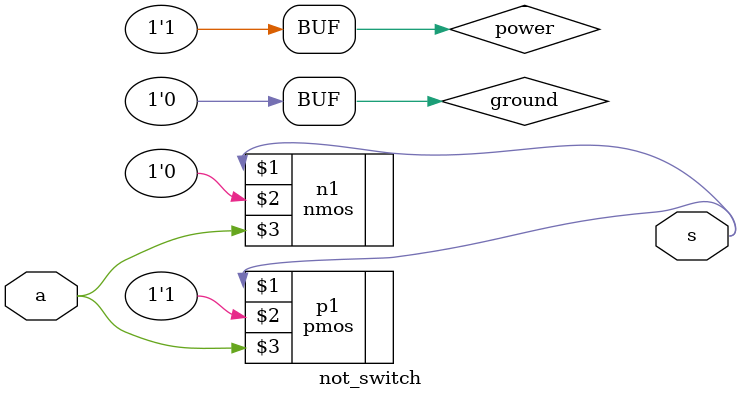
<source format=v>
/*module inverter (
    input  in,output out
    
);
    // Declare power supply nets
    supply1 Vdd;  // Logical high (power)
    supply0 Vss;  // Logical low (ground)

    // Instantiate a PMOS transistor:
    // Port order: (drain, source, gate)
    // When the input is low, the PMOS turns ON and pulls the output high.
    pmos p1(out, Vdd, in);

    // Instantiate an NMOS transistor:
    // Port order: (drain, source, gate)
    // When the input is high, the NMOS turns ON and pulls the output low.
    nmos n1 (out, Vss, in);
endmodule*/
module not_switch (input a, output s);

   supply1 power;             
   supply0 ground;            
   
   pmos  p1 (s, power, a);     
   nmos  n1 (s, ground, a);    
   
endmodule
</source>
